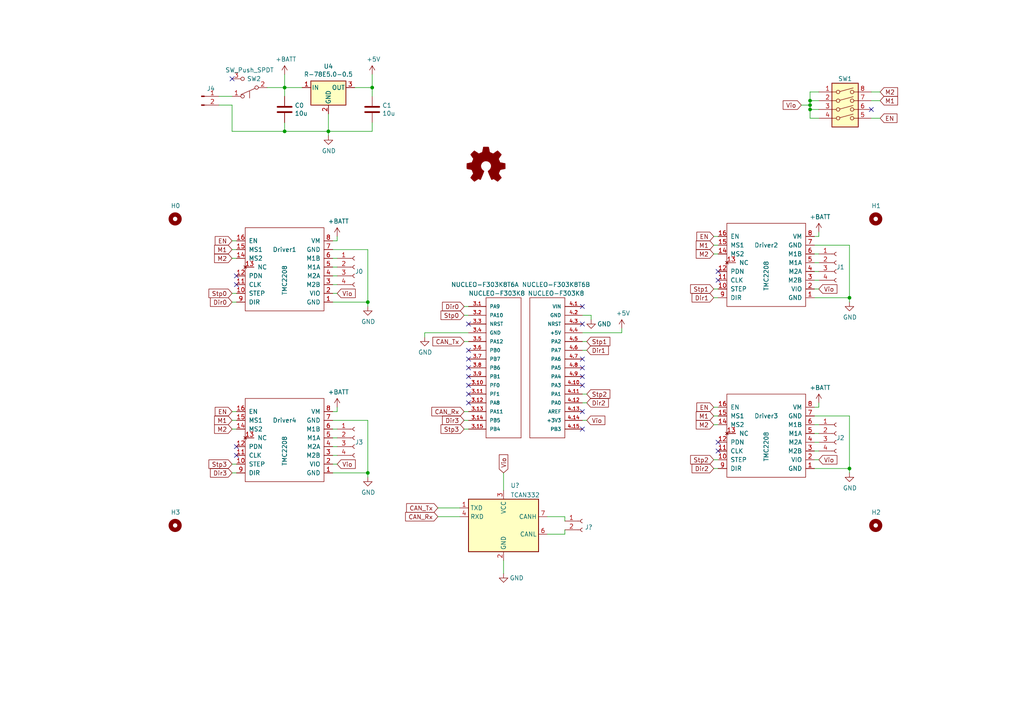
<source format=kicad_sch>
(kicad_sch (version 20211123) (generator eeschema)
  (paper "A4")
  (lib_symbols
    (symbol "Connector:Conn_01x02_Female" (pin_names (offset 1.016) hide)
      (property "Reference" "J" (at 0 2.54 0))
      (property "Value" "Conn_01x02_Female" (at 0 -5.08 0))
      (symbol "Conn_01x02_Female_1_1"
        (arc (start 0 -2.032) (mid -0.508 -2.54) (end 0 -3.048) (stroke (width 0.1524)))
        (polyline (pts (xy -1.27 -2.54) (xy -0.508 -2.54)) (stroke (width 0.1524)))
        (polyline (pts (xy -1.27 0) (xy -0.508 0)) (stroke (width 0.1524)))
        (arc (start 0 0.508) (mid -0.508 0) (end 0 -0.508) (stroke (width 0.1524)))
        (pin passive line (at -5.08 0 0) (length 3.81) (name "Pin_1") (number "1"))
        (pin passive line (at -5.08 -2.54 0) (length 3.81) (name "Pin_2") (number "2"))
      )
    )
    (symbol "Connector:Conn_01x02_Male" (pin_names (offset 1.016) hide)
      (property "Reference" "J" (at 0 2.54 0))
      (property "Value" "Conn_01x02_Male" (at 0 -5.08 0))
      (symbol "Conn_01x02_Male_1_1"
        (polyline (pts (xy 1.27 -2.54) (xy 0.8636 -2.54)) (stroke (width 0.1524)))
        (polyline (pts (xy 1.27 0) (xy 0.8636 0)) (stroke (width 0.1524)))
        (rectangle (start 0.8636 -2.413) (end 0 -2.667) (stroke (width 0.1524)) (fill (type outline)))
        (rectangle (start 0.8636 0.127) (end 0 -0.127) (stroke (width 0.1524)) (fill (type outline)))
        (pin passive line (at 5.08 0 180) (length 3.81) (name "Pin_1") (number "1"))
        (pin passive line (at 5.08 -2.54 180) (length 3.81) (name "Pin_2") (number "2"))
      )
    )
    (symbol "Connector:Conn_01x04_Female" (pin_names (offset 1.016) hide)
      (property "Reference" "J" (at 0 5.08 0))
      (property "Value" "Conn_01x04_Female" (at 0 -7.62 0))
      (symbol "Conn_01x04_Female_1_1"
        (arc (start 0 -4.572) (mid -0.508 -5.08) (end 0 -5.588) (stroke (width 0.1524)))
        (arc (start 0 -2.032) (mid -0.508 -2.54) (end 0 -3.048) (stroke (width 0.1524)))
        (polyline (pts (xy -1.27 -5.08) (xy -0.508 -5.08)) (stroke (width 0.1524)))
        (polyline (pts (xy -1.27 -2.54) (xy -0.508 -2.54)) (stroke (width 0.1524)))
        (polyline (pts (xy -1.27 0) (xy -0.508 0)) (stroke (width 0.1524)))
        (polyline (pts (xy -1.27 2.54) (xy -0.508 2.54)) (stroke (width 0.1524)))
        (arc (start 0 0.508) (mid -0.508 0) (end 0 -0.508) (stroke (width 0.1524)))
        (arc (start 0 3.048) (mid -0.508 2.54) (end 0 2.032) (stroke (width 0.1524)))
        (pin passive line (at -5.08 2.54 0) (length 3.81) (name "Pin_1") (number "1"))
        (pin passive line (at -5.08 0 0) (length 3.81) (name "Pin_2") (number "2"))
        (pin passive line (at -5.08 -2.54 0) (length 3.81) (name "Pin_3") (number "3"))
        (pin passive line (at -5.08 -5.08 0) (length 3.81) (name "Pin_4") (number "4"))
      )
    )
    (symbol "Device:C" (pin_numbers hide) (pin_names (offset 0.254))
      (property "Reference" "C" (at 0.635 2.54 0))
      (property "Value" "C" (at 0.635 -2.54 0))
      (symbol "C_0_1"
        (polyline (pts (xy -2.032 -0.762) (xy 2.032 -0.762)) (stroke (width 0.508)))
        (polyline (pts (xy -2.032 0.762) (xy 2.032 0.762)) (stroke (width 0.508)))
      )
      (symbol "C_1_1"
        (pin passive line (at 0 3.81 270) (length 2.794) (name "~") (number "1"))
        (pin passive line (at 0 -3.81 90) (length 2.794) (name "~") (number "2"))
      )
    )
    (symbol "Graphic:Logo_Open_Hardware_Small" (pin_names (offset 1.016))
      (symbol "Logo_Open_Hardware_Small_0_1"
        (polyline (pts (xy 3.3528 -4.3434) (xy 3.302 -4.318) (xy 3.175 -4.2418) (xy 2.9972 -4.1148) (xy 2.7686 -3.9624) (xy 2.54 -3.81) (xy 2.3622 -3.7084) (xy 2.2352 -3.6068) (xy 2.1844 -3.5814) (xy 2.159 -3.6068) (xy 2.0574 -3.6576) (xy 1.905 -3.7338) (xy 1.8034 -3.7846) (xy 1.6764 -3.8354) (xy 1.6002 -3.8354) (xy 1.6002 -3.8354) (xy 1.5494 -3.7338) (xy 1.4732 -3.5306) (xy 1.3462 -3.302) (xy 1.2446 -3.0226) (xy 1.1176 -2.7178) (xy 0.9652 -2.413) (xy 0.8636 -2.1082) (xy 0.7366 -1.8288) (xy 0.6604 -1.6256) (xy 0.6096 -1.4732) (xy 0.5842 -1.397) (xy 0.5842 -1.397) (xy 0.6604 -1.3208) (xy 0.7874 -1.2446) (xy 1.0414 -1.016) (xy 1.2954 -0.6858) (xy 1.4478 -0.3302) (xy 1.524 0.0762) (xy 1.4732 0.4572) (xy 1.3208 0.8128) (xy 1.0668 1.143) (xy 0.762 1.3716) (xy 0.4064 1.524) (xy 0 1.5748) (xy -0.381 1.5494) (xy -0.7366 1.397) (xy -1.0668 1.143) (xy -1.2192 0.9906) (xy -1.397 0.6604) (xy -1.524 0.3048) (xy -1.524 0.2286) (xy -1.4986 -0.1778) (xy -1.397 -0.5334) (xy -1.1938 -0.8636) (xy -0.9144 -1.143) (xy -0.8636 -1.1684) (xy -0.7366 -1.27) (xy -0.635 -1.3462) (xy -0.5842 -1.397) (xy -1.0668 -2.5908) (xy -1.143 -2.794) (xy -1.2954 -3.1242) (xy -1.397 -3.4036) (xy -1.4986 -3.6322) (xy -1.5748 -3.7846) (xy -1.6002 -3.8354) (xy -1.6002 -3.8354) (xy -1.651 -3.8354) (xy -1.7272 -3.81) (xy -1.905 -3.7338) (xy -2.0066 -3.683) (xy -2.1336 -3.6068) (xy -2.2098 -3.5814) (xy -2.2606 -3.6068) (xy -2.3622 -3.683) (xy -2.54 -3.81) (xy -2.7686 -3.9624) (xy -2.9718 -4.0894) (xy -3.1496 -4.2164) (xy -3.302 -4.318) (xy -3.3528 -4.3434) (xy -3.3782 -4.3434) (xy -3.429 -4.318) (xy -3.5306 -4.2164) (xy -3.7084 -4.064) (xy -3.937 -3.8354) (xy -3.9624 -3.81) (xy -4.1656 -3.6068) (xy -4.318 -3.4544) (xy -4.4196 -3.3274) (xy -4.445 -3.2766) (xy -4.445 -3.2766) (xy -4.4196 -3.2258) (xy -4.318 -3.0734) (xy -4.2164 -2.8956) (xy -4.064 -2.667) (xy -3.6576 -2.0828) (xy -3.8862 -1.5494) (xy -3.937 -1.3716) (xy -4.0386 -1.1684) (xy -4.0894 -1.0414) (xy -4.1148 -0.9652) (xy -4.191 -0.9398) (xy -4.318 -0.9144) (xy -4.5466 -0.8636) (xy -4.8006 -0.8128) (xy -5.0546 -0.7874) (xy -5.2578 -0.7366) (xy -5.4356 -0.7112) (xy -5.5118 -0.6858) (xy -5.5118 -0.6858) (xy -5.5372 -0.635) (xy -5.5372 -0.5588) (xy -5.5372 -0.4318) (xy -5.5626 -0.2286) (xy -5.5626 0.0762) (xy -5.5626 0.127) (xy -5.5372 0.4064) (xy -5.5372 0.635) (xy -5.5372 0.762) (xy -5.5372 0.8382) (xy -5.5372 0.8382) (xy -5.461 0.8382) (xy -5.3086 0.889) (xy -5.08 0.9144) (xy -4.826 0.9652) (xy -4.8006 0.9906) (xy -4.5466 1.0414) (xy -4.318 1.0668) (xy -4.1656 1.1176) (xy -4.0894 1.143) (xy -4.0894 1.143) (xy -4.0386 1.2446) (xy -3.9624 1.4224) (xy -3.8608 1.6256) (xy -3.7846 1.8288) (xy -3.7084 2.0066) (xy -3.6576 2.159) (xy -3.6322 2.2098) (xy -3.6322 2.2098) (xy -3.683 2.286) (xy -3.7592 2.413) (xy -3.8862 2.5908) (xy -4.064 2.8194) (xy -4.064 2.8448) (xy -4.2164 3.0734) (xy -4.3434 3.2512) (xy -4.4196 3.3782) (xy -4.445 3.4544) (xy -4.445 3.4544) (xy -4.3942 3.5052) (xy -4.2926 3.6322) (xy -4.1148 3.81) (xy -3.937 4.0132) (xy -3.8608 4.064) (xy -3.6576 4.2926) (xy -3.5052 4.4196) (xy -3.4036 4.4958) (xy -3.3528 4.5212) (xy -3.3528 4.5212) (xy -3.302 4.4704) (xy -3.1496 4.3688) (xy -2.9718 4.2418) (xy -2.7432 4.0894) (xy -2.7178 4.0894) (xy -2.4892 3.937) (xy -2.3114 3.81) (xy -2.1844 3.7084) (xy -2.1336 3.683) (xy -2.1082 3.683) (xy -2.032 3.7084) (xy -1.8542 3.7592) (xy -1.6764 3.8354) (xy -1.4732 3.937) (xy -1.27 4.0132) (xy -1.143 4.064) (xy -1.0668 4.1148) (xy -1.0668 4.1148) (xy -1.0414 4.191) (xy -1.016 4.3434) (xy -0.9652 4.572) (xy -0.9144 4.8514) (xy -0.889 4.9022) (xy -0.8382 5.1562) (xy -0.8128 5.3848) (xy -0.7874 5.5372) (xy -0.762 5.588) (xy -0.7112 5.6134) (xy -0.5842 5.6134) (xy -0.4064 5.6134) (xy -0.1524 5.6134) (xy 0.0762 5.6134) (xy 0.3302 5.6134) (xy 0.5334 5.6134) (xy 0.6858 5.588) (xy 0.7366 5.588) (xy 0.7366 5.588) (xy 0.762 5.5118) (xy 0.8128 5.334) (xy 0.8382 5.1054) (xy 0.9144 4.826) (xy 0.9144 4.7752) (xy 0.9652 4.5212) (xy 1.016 4.2926) (xy 1.0414 4.1402) (xy 1.0668 4.0894) (xy 1.0668 4.0894) (xy 1.1938 4.0386) (xy 1.3716 3.9624) (xy 1.5748 3.8608) (xy 2.0828 3.6576) (xy 2.7178 4.0894) (xy 2.7686 4.1402) (xy 2.9972 4.2926) (xy 3.175 4.4196) (xy 3.302 4.4958) (xy 3.3782 4.5212) (xy 3.3782 4.5212) (xy 3.429 4.4704) (xy 3.556 4.3434) (xy 3.7338 4.191) (xy 3.9116 3.9878) (xy 4.064 3.8354) (xy 4.2418 3.6576) (xy 4.3434 3.556) (xy 4.4196 3.4798) (xy 4.4196 3.429) (xy 4.4196 3.4036) (xy 4.3942 3.3274) (xy 4.2926 3.2004) (xy 4.1656 2.9972) (xy 4.0132 2.794) (xy 3.8862 2.5908) (xy 3.7592 2.3876) (xy 3.6576 2.2352) (xy 3.6322 2.159) (xy 3.6322 2.1336) (xy 3.683 2.0066) (xy 3.7592 1.8288) (xy 3.8608 1.6002) (xy 4.064 1.1176) (xy 4.3942 1.0414) (xy 4.5974 1.016) (xy 4.8768 0.9652) (xy 5.1308 0.9144) (xy 5.5372 0.8382) (xy 5.5626 -0.6604) (xy 5.4864 -0.6858) (xy 5.4356 -0.6858) (xy 5.2832 -0.7366) (xy 5.0546 -0.762) (xy 4.8006 -0.8128) (xy 4.5974 -0.8636) (xy 4.3688 -0.9144) (xy 4.2164 -0.9398) (xy 4.1402 -0.9398) (xy 4.1148 -0.9652) (xy 4.064 -1.0668) (xy 3.9878 -1.2446) (xy 3.9116 -1.4478) (xy 3.81 -1.651) (xy 3.7338 -1.8542) (xy 3.683 -2.0066) (xy 3.6576 -2.0828) (xy 3.683 -2.1336) (xy 3.7846 -2.2606) (xy 3.8862 -2.4638) (xy 4.0386 -2.667) (xy 4.191 -2.8956) (xy 4.318 -3.0734) (xy 4.3942 -3.2004) (xy 4.445 -3.2766) (xy 4.4196 -3.3274) (xy 4.3434 -3.429) (xy 4.1656 -3.5814) (xy 3.937 -3.8354) (xy 3.8862 -3.8608) (xy 3.683 -4.064) (xy 3.5306 -4.2164) (xy 3.4036 -4.318) (xy 3.3528 -4.3434)) (fill (type outline)))
      )
    )
    (symbol "Interface_CAN_LIN:TCAN332"
      (property "Reference" "U" (at -10.16 8.89 0))
      (property "Value" "TCAN332" (at 2.54 8.89 0))
      (symbol "TCAN332_0_1"
        (rectangle (start -10.16 7.62) (end 10.16 -7.62) (stroke (width 0.254)) (fill (type background)))
      )
      (symbol "TCAN332_1_1"
        (pin input line (at -12.7 5.08 0) (length 2.54) (name "TXD") (number "1"))
        (pin power_in line (at 0 -10.16 90) (length 2.54) (name "GND") (number "2"))
        (pin power_in line (at 0 10.16 270) (length 2.54) (name "VCC") (number "3"))
        (pin tri_state line (at -12.7 2.54 0) (length 2.54) (name "RXD") (number "4"))
        (pin no_connect line (at -10.16 -2.54 0) (length 2.54) hide (name "NC") (number "5"))
        (pin bidirectional line (at 12.7 -2.54 180) (length 2.54) (name "CANL") (number "6"))
        (pin bidirectional line (at 12.7 2.54 180) (length 2.54) (name "CANH") (number "7"))
        (pin no_connect line (at -10.16 -5.08 0) (length 2.54) hide (name "NC") (number "8"))
      )
    )
    (symbol "Mechanical:MountingHole" (pin_names (offset 1.016))
      (property "Reference" "H" (at 0 5.08 0))
      (property "Value" "MountingHole" (at 0 3.175 0))
      (symbol "MountingHole_0_1"
        (circle (center 0 0) (radius 1.27) (stroke (width 1.27)))
      )
    )
    (symbol "NUCLEO-F303K8:NUCLEO-F303K8" (pin_names (offset 1.016))
      (property "Reference" "A" (at -5.08 20.8534 0))
      (property "Value" "NUCLEO-F303K8_NUCLEO-F303K8" (at -5.08 -22.6314 0))
      (symbol "NUCLEO-F303K8_1_0"
        (polyline (pts (xy -5.08 -20.32) (xy 5.08 -20.32)) (stroke (width 0.1524)))
        (polyline (pts (xy -5.08 20.32) (xy -5.08 -20.32)) (stroke (width 0.1524)))
        (polyline (pts (xy 5.08 -20.32) (xy 5.08 20.32)) (stroke (width 0.1524)))
        (polyline (pts (xy 5.08 20.32) (xy -5.08 20.32)) (stroke (width 0.1524)))
        (pin bidirectional line (at 10.16 17.78 180) (length 5.08) (name "PA9") (number "3.1"))
        (pin bidirectional line (at 10.16 -5.08 180) (length 5.08) (name "PF0") (number "3.10"))
        (pin bidirectional line (at 10.16 -7.62 180) (length 5.08) (name "PF1") (number "3.11"))
        (pin bidirectional line (at 10.16 -10.16 180) (length 5.08) (name "PA8") (number "3.12"))
        (pin bidirectional line (at 10.16 -12.7 180) (length 5.08) (name "PA11") (number "3.13"))
        (pin bidirectional line (at 10.16 -15.24 180) (length 5.08) (name "PB5") (number "3.14"))
        (pin bidirectional line (at 10.16 -17.78 180) (length 5.08) (name "PB4") (number "3.15"))
        (pin bidirectional line (at 10.16 15.24 180) (length 5.08) (name "PA10") (number "3.2"))
        (pin bidirectional line (at 10.16 12.7 180) (length 5.08) (name "NRST") (number "3.3"))
        (pin bidirectional line (at 10.16 10.16 180) (length 5.08) (name "GND") (number "3.4"))
        (pin bidirectional line (at 10.16 7.62 180) (length 5.08) (name "PA12") (number "3.5"))
        (pin bidirectional line (at 10.16 5.08 180) (length 5.08) (name "PB0") (number "3.6"))
        (pin bidirectional line (at 10.16 2.54 180) (length 5.08) (name "PB7") (number "3.7"))
        (pin bidirectional line (at 10.16 0 180) (length 5.08) (name "PB6") (number "3.8"))
        (pin bidirectional line (at 10.16 -2.54 180) (length 5.08) (name "PB1") (number "3.9"))
      )
      (symbol "NUCLEO-F303K8_2_0"
        (polyline (pts (xy -5.08 -20.32) (xy 5.08 -20.32)) (stroke (width 0.1524)))
        (polyline (pts (xy -5.08 20.32) (xy -5.08 -20.32)) (stroke (width 0.1524)))
        (polyline (pts (xy 5.08 -20.32) (xy 5.08 20.32)) (stroke (width 0.1524)))
        (polyline (pts (xy 5.08 20.32) (xy -5.08 20.32)) (stroke (width 0.1524)))
        (pin bidirectional line (at 10.16 17.78 180) (length 5.08) (name "VIN") (number "4.1"))
        (pin bidirectional line (at 10.16 -5.08 180) (length 5.08) (name "PA3") (number "4.10"))
        (pin bidirectional line (at 10.16 -7.62 180) (length 5.08) (name "PA1") (number "4.11"))
        (pin bidirectional line (at 10.16 -10.16 180) (length 5.08) (name "PA0") (number "4.12"))
        (pin bidirectional line (at 10.16 -12.7 180) (length 5.08) (name "AREF") (number "4.13"))
        (pin bidirectional line (at 10.16 -15.24 180) (length 5.08) (name "+3V3") (number "4.14"))
        (pin bidirectional line (at 10.16 -17.78 180) (length 5.08) (name "PB3") (number "4.15"))
        (pin bidirectional line (at 10.16 15.24 180) (length 5.08) (name "GND") (number "4.2"))
        (pin bidirectional line (at 10.16 12.7 180) (length 5.08) (name "NRST") (number "4.3"))
        (pin bidirectional line (at 10.16 10.16 180) (length 5.08) (name "+5V") (number "4.4"))
        (pin bidirectional line (at 10.16 7.62 180) (length 5.08) (name "PA2") (number "4.5"))
        (pin bidirectional line (at 10.16 5.08 180) (length 5.08) (name "PA7") (number "4.6"))
        (pin bidirectional line (at 10.16 2.54 180) (length 5.08) (name "PA6") (number "4.7"))
        (pin bidirectional line (at 10.16 0 180) (length 5.08) (name "PA5") (number "4.8"))
        (pin bidirectional line (at 10.16 -2.54 180) (length 5.08) (name "PA4") (number "4.9"))
      )
    )
    (symbol "Regulator_Switching:R-78E5.0-0.5" (pin_names (offset 0.254))
      (property "Reference" "U" (at -3.81 3.175 0))
      (property "Value" "R-78E5.0-0.5" (at 0 3.175 0))
      (symbol "R-78E5.0-0.5_0_1"
        (rectangle (start -5.08 1.905) (end 5.08 -5.08) (stroke (width 0.254)) (fill (type background)))
      )
      (symbol "R-78E5.0-0.5_1_1"
        (pin power_in line (at -7.62 0 0) (length 2.54) (name "IN") (number "1"))
        (pin power_in line (at 0 -7.62 90) (length 2.54) (name "GND") (number "2"))
        (pin power_out line (at 7.62 0 180) (length 2.54) (name "OUT") (number "3"))
      )
    )
    (symbol "Switch:SW_DIP_x04" (pin_names (offset 0) hide)
      (property "Reference" "SW" (at 0 8.89 0))
      (property "Value" "SW_DIP_x04" (at 0 -6.35 0))
      (symbol "SW_DIP_x04_0_0"
        (circle (center -2.032 -2.54) (radius 0.508))
        (circle (center -2.032 0) (radius 0.508))
        (circle (center -2.032 2.54) (radius 0.508))
        (circle (center -2.032 5.08) (radius 0.508))
        (polyline (pts (xy -1.524 -2.3876) (xy 2.3622 -1.3462)))
        (polyline (pts (xy -1.524 0.127) (xy 2.3622 1.1684)))
        (polyline (pts (xy -1.524 2.667) (xy 2.3622 3.7084)))
        (polyline (pts (xy -1.524 5.207) (xy 2.3622 6.2484)))
        (circle (center 2.032 -2.54) (radius 0.508))
        (circle (center 2.032 0) (radius 0.508))
        (circle (center 2.032 2.54) (radius 0.508))
        (circle (center 2.032 5.08) (radius 0.508))
      )
      (symbol "SW_DIP_x04_0_1"
        (rectangle (start -3.81 7.62) (end 3.81 -5.08) (stroke (width 0.254)) (fill (type background)))
      )
      (symbol "SW_DIP_x04_1_1"
        (pin passive line (at -7.62 5.08 0) (length 5.08) (name "~") (number "1"))
        (pin passive line (at -7.62 2.54 0) (length 5.08) (name "~") (number "2"))
        (pin passive line (at -7.62 0 0) (length 5.08) (name "~") (number "3"))
        (pin passive line (at -7.62 -2.54 0) (length 5.08) (name "~") (number "4"))
        (pin passive line (at 7.62 -2.54 180) (length 5.08) (name "~") (number "5"))
        (pin passive line (at 7.62 0 180) (length 5.08) (name "~") (number "6"))
        (pin passive line (at 7.62 2.54 180) (length 5.08) (name "~") (number "7"))
        (pin passive line (at 7.62 5.08 180) (length 5.08) (name "~") (number "8"))
      )
    )
    (symbol "Switch:SW_Push_SPDT" (pin_names (offset 0) hide)
      (property "Reference" "SW" (at 0 4.318 0))
      (property "Value" "SW_Push_SPDT" (at 0 -5.08 0))
      (symbol "SW_Push_SPDT_0_0"
        (circle (center -2.032 0) (radius 0.508))
        (polyline (pts (xy 0 1.016) (xy 0 3.048)))
        (circle (center 2.032 -2.54) (radius 0.508))
      )
      (symbol "SW_Push_SPDT_0_1"
        (polyline (pts (xy -1.524 0.254) (xy 2.54 2.032)))
        (circle (center 2.032 2.54) (radius 0.508))
      )
      (symbol "SW_Push_SPDT_1_1"
        (pin passive line (at 5.08 2.54 180) (length 2.54) (name "A") (number "1"))
        (pin passive line (at -5.08 0 0) (length 2.54) (name "B") (number "2"))
        (pin passive line (at 5.08 -2.54 180) (length 2.54) (name "C") (number "3"))
      )
    )
    (symbol "Trinamic_Drivers:TMC2208" (pin_names (offset 1.016))
      (property "Reference" "U" (at -1.27 7.62 0))
      (property "Value" "Trinamic_Drivers_TMC2208" (at -1.27 7.62 0))
      (symbol "TMC2208_0_1"
        (rectangle (start -13.97 3.81) (end 8.89 -20.32))
      )
      (symbol "TMC2208_1_1"
        (pin input line (at -16.51 1.27 0) (length 2.54) (name "GND") (number "1"))
        (pin input line (at 11.43 -1.27 180) (length 2.54) (name "STEP") (number "10"))
        (pin bidirectional line (at 11.43 -3.81 180) (length 2.54) (name "CLK") (number "11"))
        (pin output line (at 11.43 -6.35 180) (length 2.54) (name "PDN") (number "12"))
        (pin no_connect line (at 8.89 -8.89 180) (length 2.54) (name "NC") (number "13"))
        (pin input line (at 11.43 -11.43 180) (length 2.54) (name "MS2") (number "14"))
        (pin input line (at 11.43 -13.97 180) (length 2.54) (name "MS1") (number "15"))
        (pin input line (at 11.43 -16.51 180) (length 2.54) (name "EN") (number "16"))
        (pin input line (at -16.51 -1.27 0) (length 2.54) (name "VIO") (number "2"))
        (pin input line (at -16.51 -3.81 0) (length 2.54) (name "M2B") (number "3"))
        (pin input line (at -16.51 -6.35 0) (length 2.54) (name "M2A") (number "4"))
        (pin input line (at -16.51 -8.89 0) (length 2.54) (name "M1A") (number "5"))
        (pin input line (at -16.51 -11.43 0) (length 2.54) (name "M1B") (number "6"))
        (pin input line (at -16.51 -13.97 0) (length 2.54) (name "GND") (number "7"))
        (pin input line (at -16.51 -16.51 0) (length 2.54) (name "VM") (number "8"))
        (pin input line (at 11.43 1.27 180) (length 2.54) (name "DIR") (number "9"))
      )
    )
    (symbol "power:+5V" (power) (pin_names (offset 0))
      (property "Value" "+5V" (at 0 3.556 0))
      (symbol "+5V_0_1"
        (polyline (pts (xy -0.762 1.27) (xy 0 2.54)))
        (polyline (pts (xy 0 0) (xy 0 2.54)))
        (polyline (pts (xy 0 2.54) (xy 0.762 1.27)))
      )
      (symbol "+5V_1_1"
        (pin power_in line (at 0 0 90) (length 0) hide (name "+5V") (number "1"))
      )
    )
    (symbol "power:+BATT" (power) (pin_names (offset 0))
      (property "Value" "+BATT" (at 0 3.556 0))
      (symbol "+BATT_0_1"
        (polyline (pts (xy -0.762 1.27) (xy 0 2.54)))
        (polyline (pts (xy 0 0) (xy 0 2.54)))
        (polyline (pts (xy 0 2.54) (xy 0.762 1.27)))
      )
      (symbol "+BATT_1_1"
        (pin power_in line (at 0 0 90) (length 0) hide (name "+BATT") (number "1"))
      )
    )
    (symbol "power:GND" (power) (pin_names (offset 0))
      (property "Value" "GND" (at 0 -3.81 0))
      (symbol "GND_0_1"
        (polyline (pts (xy 0 0) (xy 0 -1.27) (xy 1.27 -1.27) (xy 0 -2.54) (xy -1.27 -1.27) (xy 0 -1.27)))
      )
      (symbol "GND_1_1"
        (pin power_in line (at 0 0 270) (length 0) hide (name "GND") (number "1"))
      )
    )
  )
  (junction (at 107.95 25.4))
  (junction (at 82.55 38.1))
  (junction (at 106.68 137.16))
  (junction (at 95.25 38.1))
  (junction (at 106.68 87.63))
  (junction (at 246.38 135.89))
  (junction (at 246.38 86.36))
  (junction (at 82.55 25.4))
  (junction (at 234.95 31.75))
  (junction (at 234.95 30.48))
  (junction (at 234.95 29.21))
  (no_connect (at 252.73 31.75))
  (no_connect (at 135.89 101.6))
  (no_connect (at 208.28 81.28))
  (no_connect (at 68.58 132.08))
  (no_connect (at 168.91 106.68))
  (no_connect (at 135.89 106.68))
  (no_connect (at 168.91 109.22))
  (no_connect (at 208.28 128.27))
  (no_connect (at 168.91 104.14))
  (no_connect (at 135.89 114.3))
  (no_connect (at 168.91 111.76))
  (no_connect (at 67.31 22.86))
  (no_connect (at 168.91 119.38))
  (no_connect (at 168.91 93.98))
  (no_connect (at 168.91 124.46))
  (no_connect (at 208.28 78.74))
  (no_connect (at 135.89 104.14))
  (no_connect (at 68.58 82.55))
  (no_connect (at 135.89 111.76))
  (no_connect (at 68.58 80.01))
  (no_connect (at 135.89 93.98))
  (no_connect (at 168.91 88.9))
  (no_connect (at 135.89 109.22))
  (no_connect (at 135.89 116.84))
  (no_connect (at 208.28 130.81))
  (no_connect (at 68.58 129.54))
  (wire (pts (xy 134.62 99.06) (xy 135.89 99.06)))
  (wire (pts (xy 96.52 69.85) (xy 97.79 69.85)))
  (wire (pts (xy 134.62 91.44) (xy 135.89 91.44)))
  (wire (pts (xy 236.22 125.73) (xy 237.49 125.73)))
  (wire (pts (xy 107.95 25.4) (xy 107.95 21.59)))
  (wire (pts (xy 82.55 38.1) (xy 95.25 38.1)))
  (wire (pts (xy 171.45 91.44) (xy 168.91 91.44)))
  (wire (pts (xy 236.22 128.27) (xy 237.49 128.27)))
  (wire (pts (xy 106.68 72.39) (xy 106.68 87.63)))
  (wire (pts (xy 95.25 33.02) (xy 95.25 38.1)))
  (wire (pts (xy 237.49 31.75) (xy 234.95 31.75)))
  (wire (pts (xy 252.73 34.29) (xy 255.27 34.29)))
  (wire (pts (xy 237.49 118.11) (xy 237.49 116.84)))
  (wire (pts (xy 171.45 92.71) (xy 171.45 91.44)))
  (wire (pts (xy 96.52 121.92) (xy 106.68 121.92)))
  (wire (pts (xy 208.28 118.11) (xy 207.01 118.11)))
  (wire (pts (xy 246.38 137.16) (xy 246.38 135.89)))
  (wire (pts (xy 68.58 134.62) (xy 67.31 134.62)))
  (wire (pts (xy 82.55 35.56) (xy 82.55 38.1)))
  (wire (pts (xy 96.52 80.01) (xy 97.79 80.01)))
  (wire (pts (xy 146.05 162.56) (xy 146.05 166.37)))
  (wire (pts (xy 170.18 101.6) (xy 168.91 101.6)))
  (wire (pts (xy 63.5 27.94) (xy 67.31 27.94)))
  (wire (pts (xy 158.75 149.86) (xy 163.83 149.86)))
  (wire (pts (xy 146.05 137.16) (xy 146.05 142.24)))
  (wire (pts (xy 207.01 120.65) (xy 208.28 120.65)))
  (wire (pts (xy 123.19 96.52) (xy 123.19 97.79)))
  (wire (pts (xy 96.52 129.54) (xy 97.79 129.54)))
  (wire (pts (xy 236.22 71.12) (xy 246.38 71.12)))
  (wire (pts (xy 208.28 86.36) (xy 207.01 86.36)))
  (wire (pts (xy 68.58 69.85) (xy 67.31 69.85)))
  (wire (pts (xy 95.25 38.1) (xy 95.25 39.37)))
  (wire (pts (xy 106.68 138.43) (xy 106.68 137.16)))
  (wire (pts (xy 208.28 133.35) (xy 207.01 133.35)))
  (wire (pts (xy 107.95 25.4) (xy 107.95 27.94)))
  (wire (pts (xy 68.58 124.46) (xy 67.31 124.46)))
  (wire (pts (xy 82.55 25.4) (xy 82.55 21.59)))
  (wire (pts (xy 97.79 119.38) (xy 96.52 119.38)))
  (wire (pts (xy 208.28 83.82) (xy 207.01 83.82)))
  (wire (pts (xy 234.95 26.67) (xy 234.95 29.21)))
  (wire (pts (xy 68.58 74.93) (xy 67.31 74.93)))
  (wire (pts (xy 234.95 30.48) (xy 234.95 31.75)))
  (wire (pts (xy 107.95 35.56) (xy 107.95 38.1)))
  (wire (pts (xy 237.49 83.82) (xy 236.22 83.82)))
  (wire (pts (xy 208.28 68.58) (xy 207.01 68.58)))
  (wire (pts (xy 237.49 133.35) (xy 236.22 133.35)))
  (wire (pts (xy 134.62 119.38) (xy 135.89 119.38)))
  (wire (pts (xy 96.52 72.39) (xy 106.68 72.39)))
  (wire (pts (xy 127 149.86) (xy 133.35 149.86)))
  (wire (pts (xy 234.95 26.67) (xy 237.49 26.67)))
  (wire (pts (xy 237.49 29.21) (xy 234.95 29.21)))
  (wire (pts (xy 106.68 87.63) (xy 96.52 87.63)))
  (wire (pts (xy 106.68 121.92) (xy 106.68 137.16)))
  (wire (pts (xy 168.91 96.52) (xy 180.34 96.52)))
  (wire (pts (xy 82.55 25.4) (xy 87.63 25.4)))
  (wire (pts (xy 95.25 38.1) (xy 107.95 38.1)))
  (wire (pts (xy 102.87 25.4) (xy 107.95 25.4)))
  (wire (pts (xy 96.52 124.46) (xy 97.79 124.46)))
  (wire (pts (xy 135.89 96.52) (xy 123.19 96.52)))
  (wire (pts (xy 158.75 154.94) (xy 163.83 154.94)))
  (wire (pts (xy 68.58 87.63) (xy 67.31 87.63)))
  (wire (pts (xy 106.68 88.9) (xy 106.68 87.63)))
  (wire (pts (xy 96.52 85.09) (xy 97.79 85.09)))
  (wire (pts (xy 246.38 71.12) (xy 246.38 86.36)))
  (wire (pts (xy 135.89 121.92) (xy 134.62 121.92)))
  (wire (pts (xy 170.18 114.3) (xy 168.91 114.3)))
  (wire (pts (xy 96.52 127) (xy 97.79 127)))
  (wire (pts (xy 237.49 78.74) (xy 236.22 78.74)))
  (wire (pts (xy 106.68 137.16) (xy 96.52 137.16)))
  (wire (pts (xy 163.83 149.86) (xy 163.83 151.13)))
  (wire (pts (xy 237.49 68.58) (xy 237.49 67.31)))
  (wire (pts (xy 207.01 73.66) (xy 208.28 73.66)))
  (wire (pts (xy 96.52 77.47) (xy 97.79 77.47)))
  (wire (pts (xy 96.52 132.08) (xy 97.79 132.08)))
  (wire (pts (xy 252.73 26.67) (xy 255.27 26.67)))
  (wire (pts (xy 237.49 81.28) (xy 236.22 81.28)))
  (wire (pts (xy 208.28 135.89) (xy 207.01 135.89)))
  (wire (pts (xy 68.58 119.38) (xy 67.31 119.38)))
  (wire (pts (xy 246.38 135.89) (xy 236.22 135.89)))
  (wire (pts (xy 237.49 73.66) (xy 236.22 73.66)))
  (wire (pts (xy 236.22 123.19) (xy 237.49 123.19)))
  (wire (pts (xy 134.62 124.46) (xy 135.89 124.46)))
  (wire (pts (xy 234.95 34.29) (xy 237.49 34.29)))
  (wire (pts (xy 207.01 123.19) (xy 208.28 123.19)))
  (wire (pts (xy 170.18 121.92) (xy 168.91 121.92)))
  (wire (pts (xy 68.58 137.16) (xy 67.31 137.16)))
  (wire (pts (xy 246.38 120.65) (xy 246.38 135.89)))
  (wire (pts (xy 236.22 118.11) (xy 237.49 118.11)))
  (wire (pts (xy 68.58 121.92) (xy 67.31 121.92)))
  (wire (pts (xy 82.55 27.94) (xy 82.55 25.4)))
  (wire (pts (xy 68.58 72.39) (xy 67.31 72.39)))
  (wire (pts (xy 97.79 69.85) (xy 97.79 68.58)))
  (wire (pts (xy 237.49 76.2) (xy 236.22 76.2)))
  (wire (pts (xy 68.58 85.09) (xy 67.31 85.09)))
  (wire (pts (xy 67.31 30.48) (xy 67.31 38.1)))
  (wire (pts (xy 234.95 29.21) (xy 234.95 30.48)))
  (wire (pts (xy 134.62 88.9) (xy 135.89 88.9)))
  (wire (pts (xy 236.22 130.81) (xy 237.49 130.81)))
  (wire (pts (xy 67.31 38.1) (xy 82.55 38.1)))
  (wire (pts (xy 97.79 134.62) (xy 96.52 134.62)))
  (wire (pts (xy 127 147.32) (xy 133.35 147.32)))
  (wire (pts (xy 232.41 30.48) (xy 234.95 30.48)))
  (wire (pts (xy 97.79 118.11) (xy 97.79 119.38)))
  (wire (pts (xy 170.18 99.06) (xy 168.91 99.06)))
  (wire (pts (xy 207.01 71.12) (xy 208.28 71.12)))
  (wire (pts (xy 234.95 31.75) (xy 234.95 34.29)))
  (wire (pts (xy 180.34 96.52) (xy 180.34 95.25)))
  (wire (pts (xy 96.52 74.93) (xy 97.79 74.93)))
  (wire (pts (xy 163.83 154.94) (xy 163.83 153.67)))
  (wire (pts (xy 170.18 116.84) (xy 168.91 116.84)))
  (wire (pts (xy 246.38 86.36) (xy 236.22 86.36)))
  (wire (pts (xy 252.73 29.21) (xy 255.27 29.21)))
  (wire (pts (xy 63.5 30.48) (xy 67.31 30.48)))
  (wire (pts (xy 236.22 68.58) (xy 237.49 68.58)))
  (wire (pts (xy 77.47 25.4) (xy 82.55 25.4)))
  (wire (pts (xy 236.22 120.65) (xy 246.38 120.65)))
  (wire (pts (xy 96.52 82.55) (xy 97.79 82.55)))
  (wire (pts (xy 246.38 87.63) (xy 246.38 86.36)))
  (global_label "Stp3" (shape input) (at 67.31 134.62 180) (property "Intersheet References" "${INTERSHEET_REFS}" (effects hide)))
  (global_label "Dir3" (shape input) (at 67.31 137.16 180) (property "Intersheet References" "${INTERSHEET_REFS}" (effects hide)))
  (global_label "Vio" (shape input) (at 237.49 83.82 0) (property "Intersheet References" "${INTERSHEET_REFS}" (effects hide)))
  (global_label "CAN_Rx" (shape input) (at 127 149.86 180) (property "Intersheet References" "${INTERSHEET_REFS}" (effects hide)))
  (global_label "M1" (shape input) (at 67.31 121.92 180) (property "Intersheet References" "${INTERSHEET_REFS}" (effects hide)))
  (global_label "Stp2" (shape input) (at 207.01 133.35 180) (property "Intersheet References" "${INTERSHEET_REFS}" (effects hide)))
  (global_label "Vio" (shape input) (at 97.79 85.09 0) (property "Intersheet References" "${INTERSHEET_REFS}" (effects hide)))
  (global_label "CAN_Rx" (shape input) (at 134.62 119.38 180) (property "Intersheet References" "${INTERSHEET_REFS}" (effects hide)))
  (global_label "EN" (shape input) (at 67.31 69.85 180) (property "Intersheet References" "${INTERSHEET_REFS}" (effects hide)))
  (global_label "Stp0" (shape input) (at 67.31 85.09 180) (property "Intersheet References" "${INTERSHEET_REFS}" (effects hide)))
  (global_label "M2" (shape input) (at 67.31 124.46 180) (property "Intersheet References" "${INTERSHEET_REFS}" (effects hide)))
  (global_label "CAN_Tx" (shape input) (at 127 147.32 180) (property "Intersheet References" "${INTERSHEET_REFS}" (effects hide)))
  (global_label "Dir3" (shape input) (at 134.62 121.92 180) (property "Intersheet References" "${INTERSHEET_REFS}" (effects hide)))
  (global_label "M1" (shape input) (at 255.27 29.21 0) (property "Intersheet References" "${INTERSHEET_REFS}" (effects hide)))
  (global_label "Vio" (shape input) (at 146.05 137.16 90) (property "Intersheet References" "${INTERSHEET_REFS}" (effects hide)))
  (global_label "EN" (shape input) (at 67.31 119.38 180) (property "Intersheet References" "${INTERSHEET_REFS}" (effects hide)))
  (global_label "EN" (shape input) (at 207.01 118.11 180) (property "Intersheet References" "${INTERSHEET_REFS}" (effects hide)))
  (global_label "EN" (shape input) (at 255.27 34.29 0) (property "Intersheet References" "${INTERSHEET_REFS}" (effects hide)))
  (global_label "Stp2" (shape input) (at 170.18 114.3 0) (property "Intersheet References" "${INTERSHEET_REFS}" (effects hide)))
  (global_label "M2" (shape input) (at 255.27 26.67 0) (property "Intersheet References" "${INTERSHEET_REFS}" (effects hide)))
  (global_label "Vio" (shape input) (at 97.79 134.62 0) (property "Intersheet References" "${INTERSHEET_REFS}" (effects hide)))
  (global_label "Vio" (shape input) (at 170.18 121.92 0) (property "Intersheet References" "${INTERSHEET_REFS}" (effects hide)))
  (global_label "Dir1" (shape input) (at 207.01 86.36 180) (property "Intersheet References" "${INTERSHEET_REFS}" (effects hide)))
  (global_label "Stp0" (shape input) (at 134.62 91.44 180) (property "Intersheet References" "${INTERSHEET_REFS}" (effects hide)))
  (global_label "M1" (shape input) (at 207.01 71.12 180) (property "Intersheet References" "${INTERSHEET_REFS}" (effects hide)))
  (global_label "M2" (shape input) (at 207.01 73.66 180) (property "Intersheet References" "${INTERSHEET_REFS}" (effects hide)))
  (global_label "M1" (shape input) (at 67.31 72.39 180) (property "Intersheet References" "${INTERSHEET_REFS}" (effects hide)))
  (global_label "Dir1" (shape input) (at 170.18 101.6 0) (property "Intersheet References" "${INTERSHEET_REFS}" (effects hide)))
  (global_label "M2" (shape input) (at 207.01 123.19 180) (property "Intersheet References" "${INTERSHEET_REFS}" (effects hide)))
  (global_label "Vio" (shape input) (at 237.49 133.35 0) (property "Intersheet References" "${INTERSHEET_REFS}" (effects hide)))
  (global_label "CAN_Tx" (shape input) (at 134.62 99.06 180) (property "Intersheet References" "${INTERSHEET_REFS}" (effects hide)))
  (global_label "Stp3" (shape input) (at 134.62 124.46 180) (property "Intersheet References" "${INTERSHEET_REFS}" (effects hide)))
  (global_label "EN" (shape input) (at 207.01 68.58 180) (property "Intersheet References" "${INTERSHEET_REFS}" (effects hide)))
  (global_label "Dir0" (shape input) (at 67.31 87.63 180) (property "Intersheet References" "${INTERSHEET_REFS}" (effects hide)))
  (global_label "Dir2" (shape input) (at 207.01 135.89 180) (property "Intersheet References" "${INTERSHEET_REFS}" (effects hide)))
  (global_label "M2" (shape input) (at 67.31 74.93 180) (property "Intersheet References" "${INTERSHEET_REFS}" (effects hide)))
  (global_label "Dir2" (shape input) (at 170.18 116.84 0) (property "Intersheet References" "${INTERSHEET_REFS}" (effects hide)))
  (global_label "Dir0" (shape input) (at 134.62 88.9 180) (property "Intersheet References" "${INTERSHEET_REFS}" (effects hide)))
  (global_label "Stp1" (shape input) (at 170.18 99.06 0) (property "Intersheet References" "${INTERSHEET_REFS}" (effects hide)))
  (global_label "Stp1" (shape input) (at 207.01 83.82 180) (property "Intersheet References" "${INTERSHEET_REFS}" (effects hide)))
  (global_label "M1" (shape input) (at 207.01 120.65 180) (property "Intersheet References" "${INTERSHEET_REFS}" (effects hide)))
  (global_label "Vio" (shape input) (at 232.41 30.48 180) (property "Intersheet References" "${INTERSHEET_REFS}" (effects hide)))
  (symbol (lib_id "Switch:SW_DIP_x04") (at 245.11 31.75 0) (unit 1)
    (property "Reference" "SW1" (at 245.11 22.86 0))
    (property "Value" "SW_DIP_x04" (effects hide))
    (property "Footprint" "Button_Switch_THT:SW_DIP_SPSTx04_Slide_9.78x12.34mm_W7.62mm_P2.54mm" (effects hide))
  )
  (symbol (lib_id "Regulator_Switching:R-78E5.0-0.5") (at 95.25 25.4 0) (unit 1)
    (property "Reference" "U4" (at 95.25 19.2532 0))
    (property "Value" "R-78E5.0-0.5" (at 95.25 21.5646 0))
    (property "Footprint" "Converter_DCDC:Converter_DCDC_RECOM_R-78E-0.5_THT" (effects hide))
    (property "Datasheet" "https://www.recom-power.com/pdf/Innoline/R-78Exx-0.5.pdf" (effects hide))
  )
  (symbol (lib_id "Device:C") (at 82.55 31.75 0) (unit 1)
    (property "Reference" "C0" (at 85.471 30.5816 0) (effects (justify left)))
    (property "Value" "10u" (at 85.471 32.893 0) (effects (justify left)))
    (property "Footprint" "Capacitor_SMD:C_1206_3216Metric_Pad1.42x1.75mm_HandSolder" (effects hide))
  )
  (symbol (lib_id "NUCLEO-F303K8:NUCLEO-F303K8") (at 146.05 106.68 0) (mirror y) (unit 1)
    (property "Reference" "NUCLEO-F303K8T6" (at 130.81 82.55 0) (effects (justify right)))
    (property "Value" "NUCLEO-F303K8" (at 135.89 85.09 0) (effects (justify right)))
    (property "Footprint" "NUCLEO-F303K8:MODULE_NUCLEO-F303K8" (effects hide))
    (property "Datasheet" "ST Microelectronics" (effects hide))
    (property "Champ4" "Manufacturer rEcommendation" (effects hide))
    (property "Champ5" "3" (effects hide))
  )
  (symbol (lib_id "NUCLEO-F303K8:NUCLEO-F303K8") (at 158.75 106.68 0) (unit 2)
    (property "Reference" "NUCLEO-F303K8T6" (at 161.29 82.55 0))
    (property "Value" "NUCLEO-F303K8" (at 161.29 85.09 0))
    (property "Footprint" "NUCLEO-F303K8:MODULE_NUCLEO-F303K8" (effects hide))
    (property "Datasheet" "ST Microelectronics" (effects hide))
    (property "Champ4" "Manufacturer rEcommendation" (effects hide))
    (property "Champ5" "3" (effects hide))
  )
  (symbol (lib_id "Device:C") (at 107.95 31.75 0) (unit 1)
    (property "Reference" "C1" (at 110.871 30.5816 0) (effects (justify left)))
    (property "Value" "10u" (at 110.871 32.893 0) (effects (justify left)))
    (property "Footprint" "Capacitor_SMD:C_1206_3216Metric_Pad1.42x1.75mm_HandSolder" (effects hide))
  )
  (symbol (lib_id "power:GND") (at 95.25 39.37 0) (unit 1)
    (property "Reference" "#PWR0101" (effects hide))
    (property "Value" "GND" (at 95.377 43.7642 0))
  )
  (symbol (lib_id "power:+BATT") (at 82.55 21.59 0) (unit 1)
    (property "Reference" "#PWR0102" (effects hide))
    (property "Value" "+BATT" (at 82.931 17.1958 0))
  )
  (symbol (lib_id "power:+5V") (at 107.95 21.59 0) (unit 1)
    (property "Reference" "#PWR0103" (effects hide))
    (property "Value" "+5V" (at 108.331 17.1958 0))
  )
  (symbol (lib_id "power:GND") (at 106.68 88.9 0) (unit 1)
    (property "Reference" "#PWR0109" (effects hide))
    (property "Value" "GND" (at 106.807 93.2942 0))
  )
  (symbol (lib_id "power:GND") (at 246.38 87.63 0) (unit 1)
    (property "Reference" "#PWR0111" (effects hide))
    (property "Value" "GND" (at 246.507 92.0242 0))
  )
  (symbol (lib_id "power:+BATT") (at 97.79 68.58 0) (unit 1)
    (property "Reference" "#PWR0112" (effects hide))
    (property "Value" "+BATT" (at 98.171 64.1858 0))
  )
  (symbol (lib_id "power:+BATT") (at 237.49 67.31 0) (unit 1)
    (property "Reference" "#PWR0113" (effects hide))
    (property "Value" "+BATT" (at 237.871 62.9158 0))
  )
  (symbol (lib_id "power:+BATT") (at 237.49 116.84 0) (unit 1)
    (property "Reference" "#PWR0114" (effects hide))
    (property "Value" "+BATT" (at 237.871 112.4458 0))
  )
  (symbol (lib_id "power:+BATT") (at 97.79 118.11 0) (unit 1)
    (property "Reference" "#PWR0115" (effects hide))
    (property "Value" "+BATT" (at 98.171 113.7158 0))
  )
  (symbol (lib_id "Trinamic_Drivers:TMC2208") (at 80.01 86.36 180) (unit 1)
    (property "Reference" "Driver1" (at 82.55 72.39 0))
    (property "Value" "TMC2208" (at 82.55 81.28 90))
    (property "Footprint" "Trinamic_Drivers:TMC_2208_BOB" (effects hide))
  )
  (symbol (lib_id "power:GND") (at 123.19 97.79 0) (unit 1)
    (property "Reference" "#PWR0117" (effects hide))
    (property "Value" "GND" (at 123.317 102.1842 0))
  )
  (symbol (lib_id "power:GND") (at 171.45 92.71 0) (unit 1)
    (property "Reference" "#PWR0118" (effects hide))
    (property "Value" "GND" (at 175.26 93.98 0))
  )
  (symbol (lib_id "power:+5V") (at 180.34 95.25 0) (unit 1)
    (property "Reference" "#PWR0119" (effects hide))
    (property "Value" "+5V" (at 180.721 90.8558 0))
  )
  (symbol (lib_id "Trinamic_Drivers:TMC2208") (at 219.71 85.09 180) (unit 1)
    (property "Reference" "Driver2" (at 222.25 71.12 0))
    (property "Value" "TMC2208" (at 222.25 80.01 90))
    (property "Footprint" "Trinamic_Drivers:TMC_2208_BOB" (effects hide))
  )
  (symbol (lib_id "Trinamic_Drivers:TMC2208") (at 219.71 134.62 180) (unit 1)
    (property "Reference" "Driver3" (at 222.25 120.65 0))
    (property "Value" "TMC2208" (at 222.25 129.54 90))
    (property "Footprint" "Trinamic_Drivers:TMC_2208_BOB" (effects hide))
  )
  (symbol (lib_id "Trinamic_Drivers:TMC2208") (at 80.01 135.89 180) (unit 1)
    (property "Reference" "Driver4" (at 82.55 121.92 0))
    (property "Value" "TMC2208" (at 82.55 130.81 90))
    (property "Footprint" "Trinamic_Drivers:TMC_2208_BOB" (effects hide))
  )
  (symbol (lib_id "Connector:Conn_01x04_Female") (at 242.57 76.2 0) (unit 1)
    (property "Reference" "J1" (at 242.57 77.47 0) (effects (justify left)))
    (property "Value" "Conn_01x04_Female" (effects hide))
    (property "Footprint" "Connector_PinSocket_2.54mm:PinSocket_1x04_P2.54mm_Vertical" (effects hide))
  )
  (symbol (lib_id "Connector:Conn_01x02_Male") (at 58.42 27.94 0) (unit 1)
    (property "Reference" "J4" (at 61.1632 25.6794 0))
    (property "Value" "Conn_01x02_Male" (effects hide))
    (property "Footprint" "Connecteurs:Alim_Cablée_2_fils" (effects hide))
  )
  (symbol (lib_id "Switch:SW_Push_SPDT") (at 72.39 25.4 180) (unit 1)
    (property "Reference" "SW2" (at 73.66 22.86 0))
    (property "Value" "SW_Push_SPDT" (at 72.39 20.32 0))
    (property "Footprint" "Connecteurs:Switch_3_Pin" (effects hide))
  )
  (symbol (lib_id "Connector:Conn_01x04_Female") (at 242.57 125.73 0) (unit 1)
    (property "Reference" "J2" (at 242.57 127 0) (effects (justify left)))
    (property "Value" "Conn_01x04_Female" (effects hide))
    (property "Footprint" "Connector_PinSocket_2.54mm:PinSocket_1x04_P2.54mm_Vertical" (effects hide))
  )
  (symbol (lib_id "Connector:Conn_01x04_Female") (at 102.87 127 0) (unit 1)
    (property "Reference" "J3" (at 104.14 128.27 0))
    (property "Value" "Conn_01x04_Female" (effects hide))
    (property "Footprint" "Connector_PinSocket_2.54mm:PinSocket_1x04_P2.54mm_Vertical" (effects hide))
  )
  (symbol (lib_id "Connector:Conn_01x04_Female") (at 102.87 77.47 0) (unit 1)
    (property "Reference" "J0" (at 104.14 78.74 0))
    (property "Value" "Conn_01x04_Female" (effects hide))
    (property "Footprint" "Connector_PinSocket_2.54mm:PinSocket_1x04_P2.54mm_Vertical" (effects hide))
  )
  (symbol (lib_id "power:GND") (at 246.38 137.16 0) (unit 1)
    (property "Reference" "#PWR02" (effects hide))
    (property "Value" "GND" (at 246.507 141.5542 0))
  )
  (symbol (lib_id "Mechanical:MountingHole") (at 50.8 63.5 0) (unit 1)
    (property "Reference" "H0" (at 49.53 59.69 0) (effects (justify left)))
    (property "Value" "MountingHole" (effects hide))
    (property "Footprint" "MountingHole:MountingHole_2.2mm_M2_ISO7380" (effects hide))
  )
  (symbol (lib_id "power:GND") (at 106.68 138.43 0) (unit 1)
    (property "Reference" "#PWR01" (effects hide))
    (property "Value" "GND" (at 106.807 142.8242 0))
  )
  (symbol (lib_id "Mechanical:MountingHole") (at 254 63.5 0) (unit 1)
    (property "Reference" "H1" (at 252.73 59.69 0) (effects (justify left)))
    (property "Value" "MountingHole" (effects hide))
    (property "Footprint" "MountingHole:MountingHole_2.2mm_M2_ISO7380" (effects hide))
  )
  (symbol (lib_id "Mechanical:MountingHole") (at 254 152.4 0) (unit 1)
    (property "Reference" "H2" (at 252.73 148.59 0) (effects (justify left)))
    (property "Value" "MountingHole" (effects hide))
    (property "Footprint" "MountingHole:MountingHole_2.2mm_M2_ISO7380" (effects hide))
  )
  (symbol (lib_id "Mechanical:MountingHole") (at 50.8 152.4 0) (unit 1)
    (property "Reference" "H3" (at 49.53 148.59 0) (effects (justify left)))
    (property "Value" "MountingHole" (effects hide))
    (property "Footprint" "MountingHole:MountingHole_2.2mm_M2_ISO7380" (effects hide))
  )
  (symbol (lib_id "Graphic:Logo_Open_Hardware_Small") (at 140.97 48.26 0) (unit 1)
    (property "Reference" "#LOGO1" (effects hide))
    (property "Value" "Logo_Open_Hardware_Small" (effects hide))
    (property "Footprint" "Logos:logoRobotechNancy10x10" (effects hide))
  )
  (symbol (lib_id "Interface_CAN_LIN:TCAN332") (at 146.05 152.4 0) (unit 1)
    (property "Reference" "U?" (at 148.0694 140.8135 0) (effects (justify left)))
    (property "Value" "TCAN332" (at 148.0694 143.5886 0) (effects (justify left)))
    (property "Datasheet" "http://www.ti.com/lit/ds/symlink/tcan337.pdf" (effects hide))
  )
  (symbol (lib_id "Connector:Conn_01x02_Female") (at 168.91 151.13 0) (unit 1)
    (property "Reference" "J?" (at 169.6212 152.908 0) (effects (justify left)))
    (property "Value" "Conn_01x02_Female" (effects hide))
    (property "Footprint" "Connector_JST:JST_PH_B2B-PH-K_1x02_P2.00mm_Vertical" (effects hide))
  )
  (symbol (lib_id "power:GND") (at 146.05 166.37 0) (unit 1)
    (property "Reference" "#PWR?" (effects hide))
    (property "Value" "GND" (at 149.86 167.64 0))
  )
)
</source>
